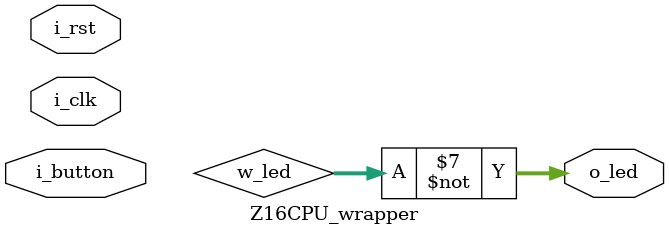
<source format=v>
module Z16CPU_wrapper(
    input wire i_clk,
    input wire i_rst,
    input wire i_button,
    output wire [5:0] o_led
);

    reg r_clk = 1'b0;
    reg [31:0] r_counter = 32'h00000000;
    always @(posedge i_clk) begin
        if (r_counter == 32'd1350000) begin
            r_counter <= 32'h00000000;
            r_clk <= ~r_clk;
        end else begin
            r_counter <= r_counter + 32'h00000001;
            r_clk <= r_clk;
        end
    end

    wire w_rst;
    wire w_button;
    wire [5:0] w_led;

    assign w_rst = ~i_rst;
    assign w_button = ~i_button;
    assign o_led = ~w_led;

    Z16CPU CPU(
        .i_clk      (r_clk      ),
        .i_rst      (w_rst      ),
        .i_button   (w_button   ),
        .o_led      (_led      )
    );

endmodule

</source>
